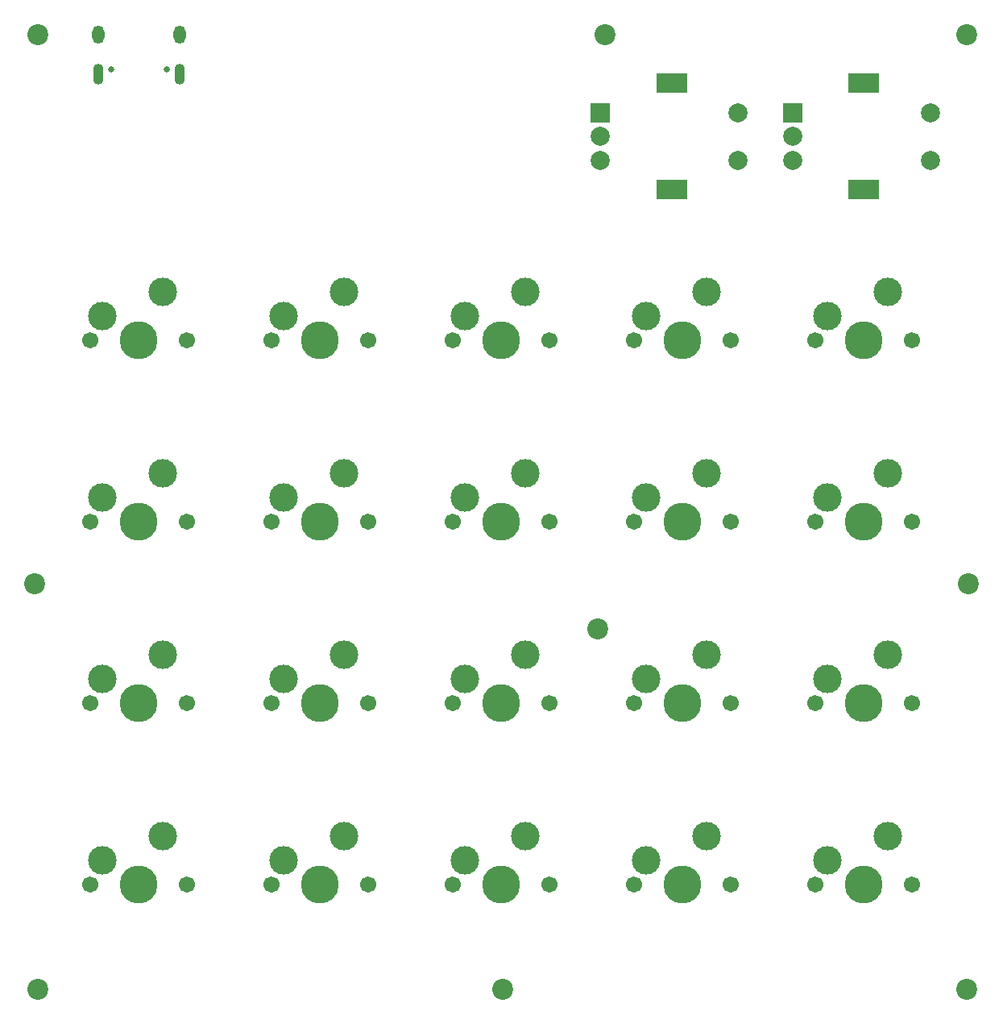
<source format=gbr>
%TF.GenerationSoftware,KiCad,Pcbnew,(6.0.4)*%
%TF.CreationDate,2022-05-20T19:43:05+02:00*%
%TF.ProjectId,MacroBoard-rounded,4d616372-6f42-46f6-9172-642d726f756e,rev?*%
%TF.SameCoordinates,Original*%
%TF.FileFunction,Soldermask,Top*%
%TF.FilePolarity,Negative*%
%FSLAX46Y46*%
G04 Gerber Fmt 4.6, Leading zero omitted, Abs format (unit mm)*
G04 Created by KiCad (PCBNEW (6.0.4)) date 2022-05-20 19:43:05*
%MOMM*%
%LPD*%
G01*
G04 APERTURE LIST*
%ADD10C,2.200000*%
%ADD11C,3.987800*%
%ADD12C,3.000000*%
%ADD13C,1.701800*%
%ADD14R,2.000000X2.000000*%
%ADD15C,2.000000*%
%ADD16R,3.200000X2.000000*%
%ADD17C,0.650000*%
%ADD18O,1.300000X1.900000*%
%ADD19O,1.100000X2.200000*%
G04 APERTURE END LIST*
D10*
%TO.C,H9*%
X168200000Y-90600000D03*
%TD*%
%TO.C,H8*%
X129200000Y-95400000D03*
%TD*%
%TO.C,H7*%
X119200000Y-133200000D03*
%TD*%
%TO.C,H6*%
X70400000Y-133200000D03*
%TD*%
%TO.C,H5*%
X168000000Y-133200000D03*
%TD*%
%TO.C,H4*%
X70400000Y-33000000D03*
%TD*%
%TO.C,H3*%
X168000000Y-33000000D03*
%TD*%
%TO.C,H2*%
X70000000Y-90600000D03*
%TD*%
%TO.C,H1*%
X130000000Y-33000000D03*
%TD*%
D11*
%TO.C,MX10*%
X119062500Y-84137500D03*
D12*
X121602500Y-79057500D03*
D13*
X113982500Y-84137500D03*
X124142500Y-84137500D03*
D12*
X115252500Y-81597500D03*
%TD*%
D14*
%TO.C,SW3*%
X149662500Y-41156250D03*
D15*
X149662500Y-46156250D03*
X149662500Y-43656250D03*
D16*
X157162500Y-38056250D03*
X157162500Y-49256250D03*
D15*
X164162500Y-46156250D03*
X164162500Y-41156250D03*
%TD*%
D13*
%TO.C,MX18*%
X162242500Y-84137500D03*
X152082500Y-84137500D03*
D12*
X153352500Y-81597500D03*
X159702500Y-79057500D03*
D11*
X157162500Y-84137500D03*
%TD*%
%TO.C,MX5*%
X100012500Y-65087500D03*
D13*
X94932500Y-65087500D03*
D12*
X96202500Y-62547500D03*
X102552500Y-60007500D03*
D13*
X105092500Y-65087500D03*
%TD*%
D12*
%TO.C,MX20*%
X153352500Y-119697500D03*
D13*
X162242500Y-122237500D03*
D11*
X157162500Y-122237500D03*
D12*
X159702500Y-117157500D03*
D13*
X152082500Y-122237500D03*
%TD*%
D11*
%TO.C,MX2*%
X80962500Y-84137500D03*
D12*
X77152500Y-81597500D03*
D13*
X86042500Y-84137500D03*
X75882500Y-84137500D03*
D12*
X83502500Y-79057500D03*
%TD*%
%TO.C,MX7*%
X102552500Y-98107500D03*
D11*
X100012500Y-103187500D03*
D12*
X96202500Y-100647500D03*
D13*
X94932500Y-103187500D03*
X105092500Y-103187500D03*
%TD*%
D11*
%TO.C,MX1*%
X80962500Y-65087500D03*
D12*
X77152500Y-62547500D03*
D13*
X75882500Y-65087500D03*
D12*
X83502500Y-60007500D03*
D13*
X86042500Y-65087500D03*
%TD*%
D12*
%TO.C,MX3*%
X77152500Y-100647500D03*
D13*
X75882500Y-103187500D03*
D11*
X80962500Y-103187500D03*
D12*
X83502500Y-98107500D03*
D13*
X86042500Y-103187500D03*
%TD*%
D12*
%TO.C,MX6*%
X96202500Y-81597500D03*
X102552500Y-79057500D03*
D11*
X100012500Y-84137500D03*
D13*
X105092500Y-84137500D03*
X94932500Y-84137500D03*
%TD*%
D12*
%TO.C,MX17*%
X153352500Y-62547500D03*
D13*
X152082500Y-65087500D03*
D11*
X157162500Y-65087500D03*
D12*
X159702500Y-60007500D03*
D13*
X162242500Y-65087500D03*
%TD*%
%TO.C,MX11*%
X124142500Y-103187500D03*
D11*
X119062500Y-103187500D03*
D12*
X115252500Y-100647500D03*
D13*
X113982500Y-103187500D03*
D12*
X121602500Y-98107500D03*
%TD*%
D13*
%TO.C,MX9*%
X124142500Y-65087500D03*
X113982500Y-65087500D03*
D12*
X115252500Y-62547500D03*
D11*
X119062500Y-65087500D03*
D12*
X121602500Y-60007500D03*
%TD*%
D13*
%TO.C,MX16*%
X143192500Y-122237500D03*
D11*
X138112500Y-122237500D03*
D12*
X134302500Y-119697500D03*
X140652500Y-117157500D03*
D13*
X133032500Y-122237500D03*
%TD*%
D12*
%TO.C,MX19*%
X153352500Y-100647500D03*
X159702500Y-98107500D03*
D13*
X152082500Y-103187500D03*
X162242500Y-103187500D03*
D11*
X157162500Y-103187500D03*
%TD*%
D13*
%TO.C,MX12*%
X113982500Y-122237500D03*
D12*
X115252500Y-119697500D03*
D11*
X119062500Y-122237500D03*
D12*
X121602500Y-117157500D03*
D13*
X124142500Y-122237500D03*
%TD*%
%TO.C,MX8*%
X105092500Y-122237500D03*
D11*
X100012500Y-122237500D03*
D13*
X94932500Y-122237500D03*
D12*
X102552500Y-117157500D03*
X96202500Y-119697500D03*
%TD*%
D13*
%TO.C,MX4*%
X86042500Y-122237500D03*
D12*
X77152500Y-119697500D03*
D11*
X80962500Y-122237500D03*
D12*
X83502500Y-117157500D03*
D13*
X75882500Y-122237500D03*
%TD*%
%TO.C,MX14*%
X133032500Y-84137500D03*
D12*
X140652500Y-79057500D03*
X134302500Y-81597500D03*
D13*
X143192500Y-84137500D03*
D11*
X138112500Y-84137500D03*
%TD*%
D14*
%TO.C,SW2*%
X129462500Y-41156250D03*
D15*
X129462500Y-46156250D03*
X129462500Y-43656250D03*
D16*
X136962500Y-49256250D03*
X136962500Y-38056250D03*
D15*
X143962500Y-46156250D03*
X143962500Y-41156250D03*
%TD*%
D12*
%TO.C,MX13*%
X134302500Y-62547500D03*
D13*
X143192500Y-65087500D03*
X133032500Y-65087500D03*
D12*
X140652500Y-60007500D03*
D11*
X138112500Y-65087500D03*
%TD*%
D13*
%TO.C,MX15*%
X133032500Y-103187500D03*
D12*
X134302500Y-100647500D03*
X140652500Y-98107500D03*
D11*
X138112500Y-103187500D03*
D13*
X143192500Y-103187500D03*
%TD*%
D17*
%TO.C,J1*%
X78107500Y-36599000D03*
X83887500Y-36599000D03*
D18*
X76697500Y-32950000D03*
D19*
X85297500Y-37150000D03*
D18*
X85297500Y-32950000D03*
D19*
X76697500Y-37150000D03*
%TD*%
M02*

</source>
